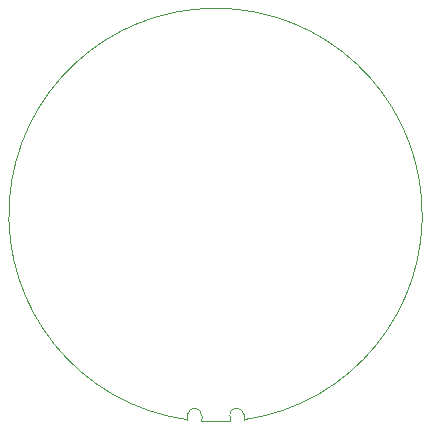
<source format=gbr>
%TF.GenerationSoftware,KiCad,Pcbnew,(7.0.0)*%
%TF.CreationDate,2023-06-29T20:54:48-07:00*%
%TF.ProjectId,glowprism_pipe_pcb,676c6f77-7072-4697-936d-5f706970655f,rev?*%
%TF.SameCoordinates,Original*%
%TF.FileFunction,Profile,NP*%
%FSLAX46Y46*%
G04 Gerber Fmt 4.6, Leading zero omitted, Abs format (unit mm)*
G04 Created by KiCad (PCBNEW (7.0.0)) date 2023-06-29 20:54:48*
%MOMM*%
%LPD*%
G01*
G04 APERTURE LIST*
%TA.AperFunction,Profile*%
%ADD10C,0.100000*%
%TD*%
G04 APERTURE END LIST*
D10*
X-1185497Y-17019316D02*
G75*
G03*
X-2378923Y-16893883I-596713J62717D01*
G01*
X-1185497Y-17019316D02*
X-1231460Y-17456618D01*
X-2378924Y-16893883D02*
X-2424886Y-17331184D01*
X-1231460Y-17456618D02*
G75*
G03*
X1231460Y-17456618I1231460J17456624D01*
G01*
X2424886Y-17331184D02*
X2378924Y-16893883D01*
X2378924Y-16893883D02*
G75*
G03*
X1185498Y-17019316I-596713J-62716D01*
G01*
X1231460Y-17456618D02*
X1185497Y-17019316D01*
X2424890Y-17331182D02*
G75*
G03*
X-2424886Y-17331183I-2424892J17331182D01*
G01*
M02*

</source>
